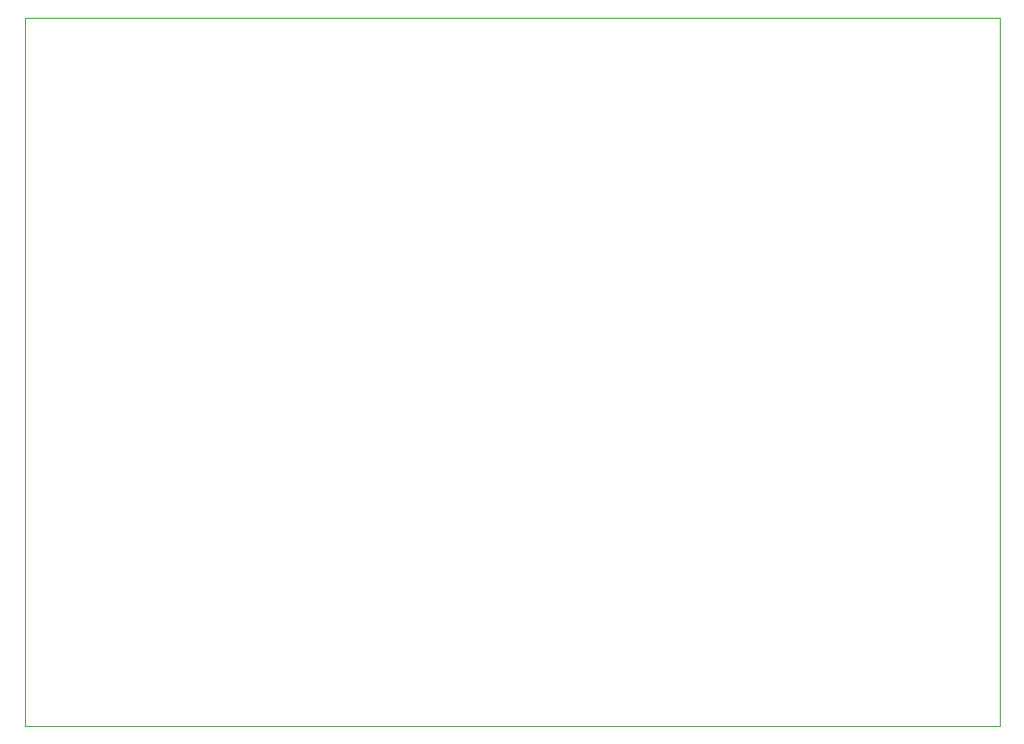
<source format=gbr>
%TF.GenerationSoftware,KiCad,Pcbnew,(5.1.10-1-10_14)*%
%TF.CreationDate,2021-11-23T11:12:12-05:00*%
%TF.ProjectId,control-unit,636f6e74-726f-46c2-9d75-6e69742e6b69,rev?*%
%TF.SameCoordinates,Original*%
%TF.FileFunction,Profile,NP*%
%FSLAX46Y46*%
G04 Gerber Fmt 4.6, Leading zero omitted, Abs format (unit mm)*
G04 Created by KiCad (PCBNEW (5.1.10-1-10_14)) date 2021-11-23 11:12:12*
%MOMM*%
%LPD*%
G01*
G04 APERTURE LIST*
%TA.AperFunction,Profile*%
%ADD10C,0.050000*%
%TD*%
G04 APERTURE END LIST*
D10*
X112522000Y-91694000D02*
X112522000Y-123444000D01*
X204724000Y-116078000D02*
X204724000Y-123444000D01*
X112522000Y-56388000D02*
X173228000Y-56388000D01*
X112522000Y-91694000D02*
X112522000Y-56388000D01*
X204724000Y-123444000D02*
X175006000Y-123444000D01*
X204724000Y-116078000D02*
X204724000Y-56388000D01*
X204724000Y-56388000D02*
X173228000Y-56388000D01*
X112522000Y-123444000D02*
X175006000Y-123444000D01*
M02*

</source>
